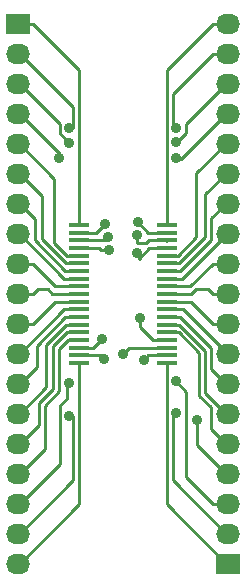
<source format=gtl>
G04 #@! TF.FileFunction,Copper,L1,Top,Signal*
%FSLAX46Y46*%
G04 Gerber Fmt 4.6, Leading zero omitted, Abs format (unit mm)*
G04 Created by KiCad (PCBNEW (2015-02-18 BZR 5431)-product) date Sat Mar 14 17:37:27 2015*
%MOMM*%
G01*
G04 APERTURE LIST*
%ADD10C,0.100000*%
%ADD11R,2.032000X1.727200*%
%ADD12O,2.032000X1.727200*%
%ADD13R,1.800000X0.300000*%
%ADD14C,0.889000*%
%ADD15C,0.254000*%
G04 APERTURE END LIST*
D10*
D11*
X118364000Y-142049500D03*
D12*
X118364000Y-139509500D03*
X118364000Y-136969500D03*
X118364000Y-134429500D03*
X118364000Y-131889500D03*
X118364000Y-129349500D03*
X118364000Y-126809500D03*
X118364000Y-124269500D03*
X118364000Y-121729500D03*
X118364000Y-119189500D03*
X118364000Y-116649500D03*
X118364000Y-114109500D03*
X118364000Y-111569500D03*
X118364000Y-109029500D03*
X118364000Y-106489500D03*
X118364000Y-103949500D03*
X118364000Y-101409500D03*
X118364000Y-98869500D03*
X118364000Y-96329500D03*
D11*
X100584000Y-96329500D03*
D12*
X100584000Y-98869500D03*
X100584000Y-101409500D03*
X100584000Y-103949500D03*
X100584000Y-106489500D03*
X100584000Y-109029500D03*
X100584000Y-111569500D03*
X100584000Y-114109500D03*
X100584000Y-116649500D03*
X100584000Y-119189500D03*
X100584000Y-121729500D03*
X100584000Y-124269500D03*
X100584000Y-126809500D03*
X100584000Y-129349500D03*
X100584000Y-131889500D03*
X100584000Y-134429500D03*
X100584000Y-136969500D03*
X100584000Y-139509500D03*
X100584000Y-142049500D03*
D13*
X105770000Y-113355000D03*
X105770000Y-114005000D03*
X105770000Y-114655000D03*
X105770000Y-115305000D03*
X105770000Y-115955000D03*
X105770000Y-116605000D03*
X105770000Y-117255000D03*
X105770000Y-117905000D03*
X105770000Y-118555000D03*
X105770000Y-119205000D03*
X105770000Y-119855000D03*
X105770000Y-120505000D03*
X105770000Y-121155000D03*
X105770000Y-121805000D03*
X105770000Y-122455000D03*
X105770000Y-123105000D03*
X105770000Y-123755000D03*
X105770000Y-124405000D03*
X105770000Y-125055000D03*
X113170000Y-125055000D03*
X113170000Y-124405000D03*
X113170000Y-123755000D03*
X113170000Y-123105000D03*
X113170000Y-122455000D03*
X113170000Y-121805000D03*
X113170000Y-121155000D03*
X113170000Y-120505000D03*
X113170000Y-119855000D03*
X113170000Y-119205000D03*
X113170000Y-118555000D03*
X113170000Y-117905000D03*
X113170000Y-117255000D03*
X113170000Y-116605000D03*
X113170000Y-115955000D03*
X113170000Y-115305000D03*
X113170000Y-114655000D03*
X113170000Y-114005000D03*
X113170000Y-113355000D03*
D14*
X104944490Y-105181400D03*
X107975400Y-113258600D03*
X104927400Y-106426000D03*
X108174037Y-114384210D03*
X104101890Y-107670600D03*
X108285331Y-115521781D03*
X104889320Y-126746000D03*
X107696000Y-123012200D03*
X104944490Y-129565400D03*
X107873800Y-124739400D03*
X113995510Y-129260600D03*
X111226600Y-124764800D03*
X113995510Y-126593600D03*
X109499400Y-124256800D03*
X115773200Y-129895600D03*
X110921800Y-121208800D03*
X113995510Y-107721400D03*
X110698073Y-115707601D03*
X114007732Y-106336625D03*
X110688532Y-114248806D03*
X113995510Y-105181400D03*
X110718600Y-113106200D03*
D15*
X105770000Y-112951000D02*
X105770000Y-113355000D01*
X105770000Y-100245500D02*
X105770000Y-112951000D01*
X101854000Y-96329500D02*
X105770000Y-100245500D01*
X100584000Y-96329500D02*
X101854000Y-96329500D01*
X100736400Y-98869500D02*
X105257600Y-103390700D01*
X100584000Y-98869500D02*
X100736400Y-98869500D01*
X105257600Y-103390700D02*
X105257600Y-105181400D01*
X105257600Y-105181400D02*
X104944490Y-105181400D01*
X107229000Y-114005000D02*
X105770000Y-114005000D01*
X107975400Y-113258600D02*
X107229000Y-114005000D01*
X104118989Y-105577641D02*
X104611748Y-106070400D01*
X104118989Y-104785159D02*
X104118989Y-105577641D01*
X100743330Y-101409500D02*
X104118989Y-104785159D01*
X100584000Y-101409500D02*
X100743330Y-101409500D01*
X104611748Y-106110348D02*
X104927400Y-106426000D01*
X104611748Y-106070400D02*
X104611748Y-106110348D01*
X107903247Y-114655000D02*
X105770000Y-114655000D01*
X108174037Y-114384210D02*
X107903247Y-114655000D01*
X100736400Y-103949500D02*
X104114600Y-107327700D01*
X100584000Y-103949500D02*
X100736400Y-103949500D01*
X104114600Y-107327700D02*
X104114600Y-107670600D01*
X104114600Y-107670600D02*
X104101890Y-107670600D01*
X106924000Y-115305000D02*
X105770000Y-115305000D01*
X107439933Y-115305000D02*
X106924000Y-115305000D01*
X107656714Y-115521781D02*
X107439933Y-115305000D01*
X108285331Y-115521781D02*
X107656714Y-115521781D01*
X103682800Y-109435900D02*
X103682800Y-114884932D01*
X100736400Y-106489500D02*
X103682800Y-109435900D01*
X100584000Y-106489500D02*
X100736400Y-106489500D01*
X104752868Y-115955000D02*
X105770000Y-115955000D01*
X103682800Y-114884932D02*
X104752868Y-115955000D01*
X102641400Y-110934500D02*
X102641400Y-114561966D01*
X100736400Y-109029500D02*
X102641400Y-110934500D01*
X100584000Y-109029500D02*
X100736400Y-109029500D01*
X104684434Y-116605000D02*
X105770000Y-116605000D01*
X102641400Y-114561966D02*
X104684434Y-116605000D01*
X104616000Y-117255000D02*
X105770000Y-117255000D01*
X102031800Y-112864900D02*
X102031800Y-114670800D01*
X102031800Y-114670800D02*
X104616000Y-117255000D01*
X100736400Y-111569500D02*
X102031800Y-112864900D01*
X100584000Y-111569500D02*
X100736400Y-111569500D01*
X100736400Y-114109500D02*
X104531900Y-117905000D01*
X104616000Y-117905000D02*
X105770000Y-117905000D01*
X104531900Y-117905000D02*
X104616000Y-117905000D01*
X100584000Y-114109500D02*
X100736400Y-114109500D01*
X104616000Y-118555000D02*
X105770000Y-118555000D01*
X103759500Y-118555000D02*
X104616000Y-118555000D01*
X101854000Y-116649500D02*
X103759500Y-118555000D01*
X100584000Y-116649500D02*
X101854000Y-116649500D01*
X103098600Y-118795800D02*
X103507800Y-119205000D01*
X103507800Y-119205000D02*
X105770000Y-119205000D01*
X102247700Y-118795800D02*
X103098600Y-118795800D01*
X100584000Y-119189500D02*
X101854000Y-119189500D01*
X101854000Y-119189500D02*
X102247700Y-118795800D01*
X105754500Y-119189500D02*
X105770000Y-119205000D01*
X104616000Y-119855000D02*
X105770000Y-119855000D01*
X103728500Y-119855000D02*
X104616000Y-119855000D01*
X101854000Y-121729500D02*
X103728500Y-119855000D01*
X100584000Y-121729500D02*
X101854000Y-121729500D01*
X104616000Y-120505000D02*
X105770000Y-120505000D01*
X104500900Y-120505000D02*
X104616000Y-120505000D01*
X100736400Y-124269500D02*
X104500900Y-120505000D01*
X100584000Y-124269500D02*
X100736400Y-124269500D01*
X104616000Y-121155000D02*
X105770000Y-121155000D01*
X102184200Y-123586800D02*
X104616000Y-121155000D01*
X102184200Y-125361700D02*
X102184200Y-123586800D01*
X100736400Y-126809500D02*
X102184200Y-125361700D01*
X100584000Y-126809500D02*
X100736400Y-126809500D01*
X102971600Y-127114300D02*
X102971600Y-123517834D01*
X100736400Y-129349500D02*
X102971600Y-127114300D01*
X100584000Y-129349500D02*
X100736400Y-129349500D01*
X104684434Y-121805000D02*
X105770000Y-121805000D01*
X102971600Y-123517834D02*
X104684434Y-121805000D01*
X102336600Y-130289300D02*
X102336600Y-128467734D01*
X100736400Y-131889500D02*
X102336600Y-130289300D01*
X100584000Y-131889500D02*
X100736400Y-131889500D01*
X103555800Y-127248534D02*
X103555800Y-123652068D01*
X102336600Y-128467734D02*
X103555800Y-127248534D01*
X104752868Y-122455000D02*
X105770000Y-122455000D01*
X103555800Y-123652068D02*
X104752868Y-122455000D01*
X104821302Y-123105000D02*
X105770000Y-123105000D01*
X104063810Y-123862492D02*
X104821302Y-123105000D01*
X104063810Y-127458958D02*
X104063810Y-123862492D01*
X102844610Y-128678158D02*
X104063810Y-127458958D01*
X102844610Y-132321290D02*
X102844610Y-128678158D01*
X100736400Y-134429500D02*
X102844610Y-132321290D01*
X100584000Y-134429500D02*
X100736400Y-134429500D01*
X104118989Y-133586911D02*
X104118989Y-128672011D01*
X100736400Y-136969500D02*
X104118989Y-133586911D01*
X100584000Y-136969500D02*
X100736400Y-136969500D01*
X104118989Y-128672011D02*
X104775000Y-128016000D01*
X104775000Y-128016000D02*
X104775000Y-126974600D01*
X104775000Y-126860320D02*
X104889320Y-126746000D01*
X104775000Y-126974600D02*
X104775000Y-126860320D01*
X106953200Y-123755000D02*
X105770000Y-123755000D01*
X107696000Y-123012200D02*
X106953200Y-123755000D01*
X100736400Y-139509500D02*
X105261990Y-134983910D01*
X100584000Y-139509500D02*
X100736400Y-139509500D01*
X105261990Y-134983910D02*
X105261990Y-129565400D01*
X105261990Y-129565400D02*
X104944490Y-129565400D01*
X107539400Y-124405000D02*
X105770000Y-124405000D01*
X107873800Y-124739400D02*
X107539400Y-124405000D01*
X100736400Y-142049500D02*
X100584000Y-142049500D01*
X105770000Y-137015900D02*
X100736400Y-142049500D01*
X105770000Y-125055000D02*
X105770000Y-137015900D01*
X118211600Y-142049500D02*
X118364000Y-142049500D01*
X113170000Y-137007900D02*
X118211600Y-142049500D01*
X113170000Y-125055000D02*
X113170000Y-137007900D01*
X118211600Y-139509500D02*
X113678010Y-134975910D01*
X118364000Y-139509500D02*
X118211600Y-139509500D01*
X113678010Y-134975910D02*
X113678010Y-129413000D01*
X113843110Y-129413000D02*
X113995510Y-129260600D01*
X113678010Y-129413000D02*
X113843110Y-129413000D01*
X111586400Y-124405000D02*
X113170000Y-124405000D01*
X111226600Y-124764800D02*
X111586400Y-124405000D01*
X114821011Y-134696511D02*
X114821011Y-127470211D01*
X117094000Y-136969500D02*
X114821011Y-134696511D01*
X118364000Y-136969500D02*
X117094000Y-136969500D01*
X114821011Y-127470211D02*
X113944400Y-126593600D01*
X113944400Y-126593600D02*
X113995510Y-126593600D01*
X110001200Y-123755000D02*
X113170000Y-123755000D01*
X109499400Y-124256800D02*
X110001200Y-123755000D01*
X118364000Y-134429500D02*
X118211600Y-134429500D01*
X118211600Y-134429500D02*
X115773200Y-131991100D01*
X115773200Y-131991100D02*
X115773200Y-130149600D01*
X115773200Y-130149600D02*
X115773200Y-129895600D01*
X112016000Y-123105000D02*
X113170000Y-123105000D01*
X110921800Y-122010800D02*
X112016000Y-123105000D01*
X110921800Y-121208800D02*
X110921800Y-122010800D01*
X113170000Y-122455000D02*
X114187132Y-122455000D01*
X114187132Y-122455000D02*
X115950970Y-124218838D01*
X115950970Y-124218838D02*
X115950971Y-127807305D01*
X115950971Y-127807305D02*
X116957033Y-128813367D01*
X118211600Y-131889500D02*
X118364000Y-131889500D01*
X116957033Y-130634933D02*
X118211600Y-131889500D01*
X116957033Y-128813367D02*
X116957033Y-130634933D01*
X116458980Y-127596880D02*
X116458980Y-124008414D01*
X118211600Y-129349500D02*
X116458980Y-127596880D01*
X118364000Y-129349500D02*
X118211600Y-129349500D01*
X114255566Y-121805000D02*
X113170000Y-121805000D01*
X116458980Y-124008414D02*
X114255566Y-121805000D01*
X116966990Y-125564890D02*
X118211600Y-126809500D01*
X116966990Y-123797990D02*
X116966990Y-125564890D01*
X114324000Y-121155000D02*
X116966990Y-123797990D01*
X118211600Y-126809500D02*
X118364000Y-126809500D01*
X113170000Y-121155000D02*
X114324000Y-121155000D01*
X114599500Y-120505000D02*
X118364000Y-124269500D01*
X113170000Y-120505000D02*
X114599500Y-120505000D01*
X114324000Y-119855000D02*
X113170000Y-119855000D01*
X115219500Y-119855000D02*
X114324000Y-119855000D01*
X117094000Y-121729500D02*
X115219500Y-119855000D01*
X118364000Y-121729500D02*
X117094000Y-121729500D01*
X118364000Y-119189500D02*
X117094000Y-119189500D01*
X117094000Y-119189500D02*
X116700300Y-118795800D01*
X116700300Y-118795800D02*
X115666134Y-118795800D01*
X115666134Y-118795800D02*
X115256934Y-119205000D01*
X115256934Y-119205000D02*
X113170000Y-119205000D01*
X113185500Y-119189500D02*
X113170000Y-119205000D01*
X115188500Y-118555000D02*
X114324000Y-118555000D01*
X117094000Y-116649500D02*
X115188500Y-118555000D01*
X114324000Y-118555000D02*
X113170000Y-118555000D01*
X118364000Y-116649500D02*
X117094000Y-116649500D01*
X114324000Y-117905000D02*
X113170000Y-117905000D01*
X114493800Y-117905000D02*
X114324000Y-117905000D01*
X118289300Y-114109500D02*
X114493800Y-117905000D01*
X118364000Y-114109500D02*
X118289300Y-114109500D01*
X114324000Y-117255000D02*
X113170000Y-117255000D01*
X116966990Y-114612010D02*
X114324000Y-117255000D01*
X116966990Y-112814110D02*
X116966990Y-114612010D01*
X118211600Y-111569500D02*
X116966990Y-112814110D01*
X118364000Y-111569500D02*
X118211600Y-111569500D01*
X114230200Y-116605000D02*
X113170000Y-116605000D01*
X116458980Y-114376220D02*
X114230200Y-116605000D01*
X116458980Y-110782120D02*
X116458980Y-114376220D01*
X118211600Y-109029500D02*
X116458980Y-110782120D01*
X118364000Y-109029500D02*
X118211600Y-109029500D01*
X114143600Y-115955000D02*
X113170000Y-115955000D01*
X115697000Y-109004100D02*
X115697000Y-114401600D01*
X118211600Y-106489500D02*
X115697000Y-109004100D01*
X115697000Y-114401600D02*
X114143600Y-115955000D01*
X118364000Y-106489500D02*
X118211600Y-106489500D01*
X118211600Y-103949500D02*
X114414300Y-107746800D01*
X118364000Y-103949500D02*
X118211600Y-103949500D01*
X114414300Y-107746800D02*
X114046000Y-107746800D01*
X114020600Y-107721400D02*
X113995510Y-107721400D01*
X114046000Y-107746800D02*
X114020600Y-107721400D01*
X112016000Y-115305000D02*
X113170000Y-115305000D01*
X111727434Y-115305000D02*
X112016000Y-115305000D01*
X110814472Y-115824000D02*
X110814472Y-116217962D01*
X110814472Y-116217962D02*
X111727434Y-115305000D01*
X110698073Y-115707601D02*
X110814472Y-115824000D01*
X114821011Y-105577641D02*
X114175852Y-106222800D01*
X114821011Y-104785159D02*
X114821011Y-105577641D01*
X118196670Y-101409500D02*
X114821011Y-104785159D01*
X118364000Y-101409500D02*
X118196670Y-101409500D01*
X114175852Y-106222800D02*
X114096800Y-106222800D01*
X114007732Y-106311868D02*
X114007732Y-106336625D01*
X114096800Y-106222800D02*
X114007732Y-106311868D01*
X113131695Y-114693305D02*
X113170000Y-114655000D01*
X110688532Y-114877423D02*
X110693200Y-114882091D01*
X110688532Y-114248806D02*
X110688532Y-114877423D01*
X112016000Y-114655000D02*
X113170000Y-114655000D01*
X111659000Y-114655000D02*
X112016000Y-114655000D01*
X111431909Y-114882091D02*
X111659000Y-114655000D01*
X110693200Y-114882091D02*
X111431909Y-114882091D01*
X117094000Y-98869500D02*
X113678010Y-102285490D01*
X118364000Y-98869500D02*
X117094000Y-98869500D01*
X113678010Y-102285490D02*
X113678010Y-105054400D01*
X113868510Y-105054400D02*
X113995510Y-105181400D01*
X113678010Y-105054400D02*
X113868510Y-105054400D01*
X111617400Y-114005000D02*
X113170000Y-114005000D01*
X110718600Y-113106200D02*
X111617400Y-114005000D01*
X113170000Y-112951000D02*
X113170000Y-113355000D01*
X113170000Y-100253500D02*
X113170000Y-112951000D01*
X117094000Y-96329500D02*
X113170000Y-100253500D01*
X118364000Y-96329500D02*
X117094000Y-96329500D01*
M02*

</source>
